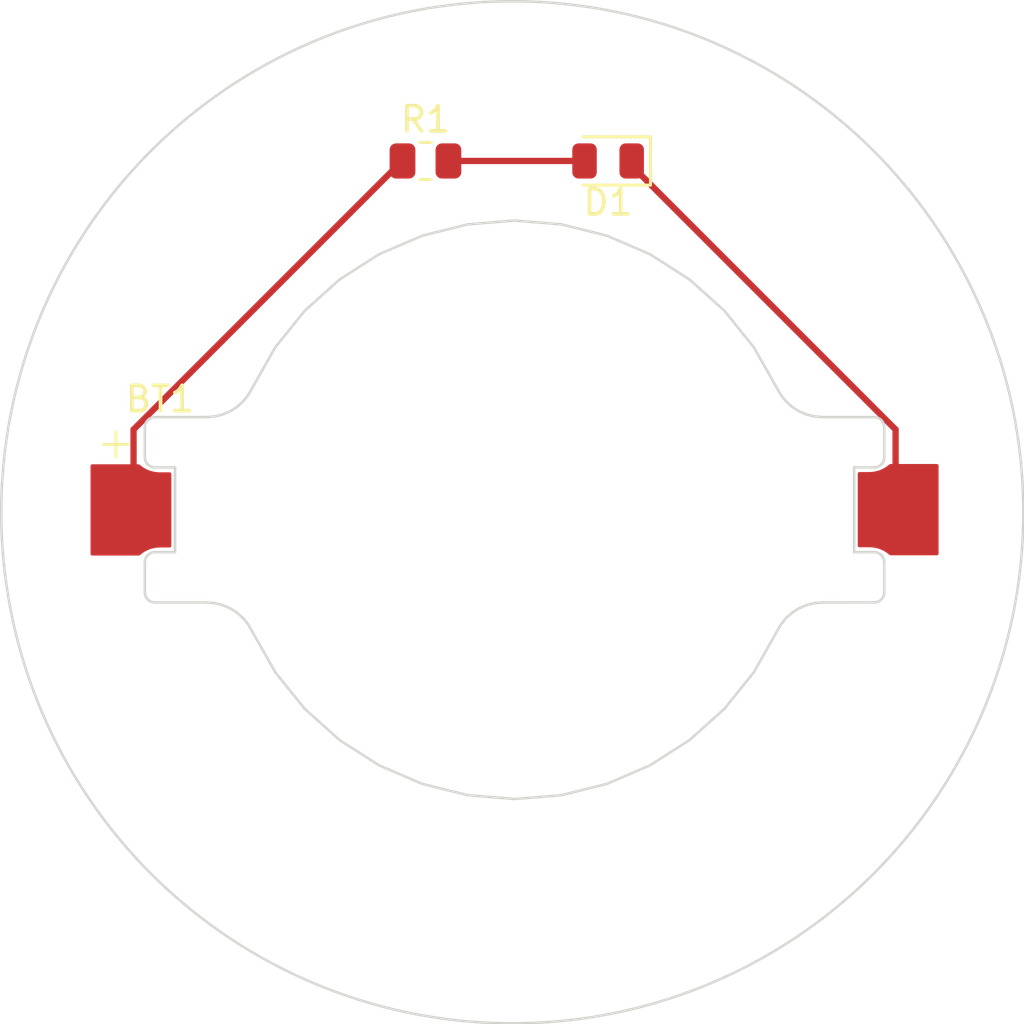
<source format=kicad_pcb>
(kicad_pcb (version 20221018) (generator pcbnew)
  (layers (0 "F.Cu" signal) (31 "B.Cu" signal) (34 "B.Paste" user) (35 "F.Paste" user) (36 "B.SilkS" user "B.Silkscreen") (37 "F.SilkS" user "F.Silkscreen") (38 "B.Mask" user) (39 "F.Mask" user) (44 "Edge.Cuts" user))
  (net 0 "")
  (net 1 "Net-(BT1-+)")
  (net 2 "GND")
  (net 3 "Net-(D1-A)")
  (footprint "LED_SMD:LED_0805_2012Metric" (layer "F.Cu") (at 148.59 69.85 180)
    (fp_text reference "D1" (at 0 -1.65) (layer "F.SilkS"))
    (fp_text value "LED")
    (fp_line (start -1.685 -0.96) (end -1.685 0.96) (stroke (width 0.12)) (layer "F.SilkS"))
    (fp_line (start -1.685 0.96) (end 1 0.96) (stroke (width 0.12)) (layer "F.SilkS"))
    (fp_line (start 1 -0.96) (end -1.685 -0.96) (stroke (width 0.12)) (layer "F.SilkS"))
    (pad "1" smd roundrect (at -0.9375 0 180) (size 0.975 1.4) (layers "F.Cu" "F.Paste" "F.Mask") (net 2 "GND"))
    (pad "2" smd roundrect (at 0.9375 0 180) (size 0.975 1.4) (layers "F.Cu" "F.Paste" "F.Mask") (net 3 "Net-(D1-A)"))
  )
  (footprint "Battery:BatteryHolder_Keystone_1057_1x2032" (layer "F.Cu") (at 144.87 83.72)
    (fp_text reference "BT1" (at -14.1 -4.4) (layer "F.SilkS"))
    (fp_text value "CR2032")
    (fp_line (start -15.85 -3.1) (end -15.85 -2.1) (stroke (width 0.12)) (layer "F.SilkS"))
    (fp_line (start -15.35 -2.6) (end -16.35 -2.6) (stroke (width 0.12)) (layer "F.SilkS"))
    (fp_line (start -14.7 -2.08505) (end -14.7 -3.285) (stroke (width 0.1)) (layer "Edge.Cuts"))
    (fp_line (start -14.7 3.284899) (end -14.7 2.084949) (stroke (width 0.1)) (layer "Edge.Cuts"))
    (fp_line (start -14.3 -3.685) (end -12.244621 -3.685) (stroke (width 0.1)) (layer "Edge.Cuts"))
    (fp_line (start -14.3 1.684949) (end -13.5 1.684949) (stroke (width 0.1)) (layer "Edge.Cuts"))
    (fp_line (start -13.5 -1.68505) (end -14.3 -1.68505) (stroke (width 0.1)) (layer "Edge.Cuts"))
    (fp_line (start -13.5 1.684949) (end -13.5 -1.68505) (stroke (width 0.1)) (layer "Edge.Cuts"))
    (fp_line (start -12.244621 -3.685) (end -11.921437 -3.711285) (stroke (width 0.1)) (layer "Edge.Cuts"))
    (fp_line (start -12.244621 3.684999) (end -14.3 3.684899) (stroke (width 0.1)) (layer "Edge.Cuts"))
    (fp_line (start -11.921437 -3.711285) (end -11.606747 -3.789448) (stroke (width 0.1)) (layer "Edge.Cuts"))
    (fp_line (start -11.921437 3.711284) (end -12.244621 3.684999) (stroke (width 0.1)) (layer "Edge.Cuts"))
    (fp_line (start -11.606747 -3.789448) (end -11.308824 -3.917435) (stroke (width 0.1)) (layer "Edge.Cuts"))
    (fp_line (start -11.606747 3.789447) (end -11.921437 3.711284) (stroke (width 0.1)) (layer "Edge.Cuts"))
    (fp_line (start -11.308824 -3.917435) (end -11.035498 -4.091883) (stroke (width 0.1)) (layer "Edge.Cuts"))
    (fp_line (start -11.308824 3.917434) (end -11.606747 3.789447) (stroke (width 0.1)) (layer "Edge.Cuts"))
    (fp_line (start -11.035498 -4.091883) (end -10.793954 -4.308205) (stroke (width 0.1)) (layer "Edge.Cuts"))
    (fp_line (start -11.035498 4.091882) (end -11.308824 3.917434) (stroke (width 0.1)) (layer "Edge.Cuts"))
    (fp_line (start -10.793954 -4.308205) (end -10.59054 -4.560716) (stroke (width 0.1)) (layer "Edge.Cuts"))
    (fp_line (start -10.793954 4.308204) (end -11.035498 4.091882) (stroke (width 0.1)) (layer "Edge.Cuts"))
    (fp_line (start -10.59054 -4.560716) (end -10.430603 -4.842778) (stroke (width 0.1)) (layer "Edge.Cuts"))
    (fp_line (start -10.59054 4.560715) (end -10.793954 4.308204) (stroke (width 0.1)) (layer "Edge.Cuts"))
    (fp_line (start -10.430603 -4.842778) (end -9.510966 -6.464636) (stroke (width 0.1)) (layer "Edge.Cuts"))
    (fp_line (start -10.430603 4.842777) (end -10.59054 4.560715) (stroke (width 0.1)) (layer "Edge.Cuts"))
    (fp_line (start -9.510966 -6.464636) (end -8.341335 -7.916572) (stroke (width 0.1)) (layer "Edge.Cuts"))
    (fp_line (start -9.510966 6.464635) (end -10.430603 4.842777) (stroke (width 0.1)) (layer "Edge.Cuts"))
    (fp_line (start -8.341335 -7.916572) (end -6.952454 -9.160424) (stroke (width 0.1)) (layer "Edge.Cuts"))
    (fp_line (start -8.341335 7.916571) (end -9.510966 6.464635) (stroke (width 0.1)) (layer "Edge.Cuts"))
    (fp_line (start -6.952454 -9.160424) (end -5.38083 -10.163496) (stroke (width 0.1)) (layer "Edge.Cuts"))
    (fp_line (start -6.952454 9.160423) (end -8.341335 7.916571) (stroke (width 0.1)) (layer "Edge.Cuts"))
    (fp_line (start -5.38083 -10.163496) (end -3.667773 -10.899424) (stroke (width 0.1)) (layer "Edge.Cuts"))
    (fp_line (start -5.38083 10.163495) (end -6.952454 9.160423) (stroke (width 0.1)) (layer "Edge.Cuts"))
    (fp_line (start -3.667773 -10.899424) (end -1.858308 -11.348863) (stroke (width 0.1)) (layer "Edge.Cuts"))
    (fp_line (start -3.667773 10.899423) (end -5.38083 10.163495) (stroke (width 0.1)) (layer "Edge.Cuts"))
    (fp_line (start -1.858308 -11.348863) (end 0 -11.5) (stroke (width 0.1)) (layer "Edge.Cuts"))
    (fp_line (start -1.858308 11.348862) (end -3.667773 10.899423) (stroke (width 0.1)) (layer "Edge.Cuts"))
    (fp_line (start 0 -11.5) (end 1.858309 -11.348863) (stroke (width 0.1)) (layer "Edge.Cuts"))
    (fp_line (start 0 11.499999) (end -1.858308 11.348862) (stroke (width 0.1)) (layer "Edge.Cuts"))
    (fp_line (start 1.858309 -11.348863) (end 3.667774 -10.899424) (stroke (width 0.1)) (layer "Edge.Cuts"))
    (fp_line (start 1.858309 11.348862) (end 0 11.499999) (stroke (width 0.1)) (layer "Edge.Cuts"))
    (fp_line (start 3.667774 -10.899424) (end 5.380831 -10.163496) (stroke (width 0.1)) (layer "Edge.Cuts"))
    (fp_line (start 3.667774 10.899423) (end 1.858309 11.348862) (stroke (width 0.1)) (layer "Edge.Cuts"))
    (fp_line (start 5.380831 -10.163496) (end 6.952455 -9.160424) (stroke (width 0.1)) (layer "Edge.Cuts"))
    (fp_line (start 5.380831 10.163495) (end 3.667774 10.899423) (stroke (width 0.1)) (layer "Edge.Cuts"))
    (fp_line (start 6.952455 -9.160424) (end 8.341336 -7.916572) (stroke (width 0.1)) (layer "Edge.Cuts"))
    (fp_line (start 6.952455 9.160423) (end 5.380831 10.163495) (stroke (width 0.1)) (layer "Edge.Cuts"))
    (fp_line (start 8.341336 -7.916572) (end 9.510967 -6.464636) (stroke (width 0.1)) (layer "Edge.Cuts"))
    (fp_line (start 8.341336 7.916571) (end 6.952455 9.160423) (stroke (width 0.1)) (layer "Edge.Cuts"))
    (fp_line (start 9.510967 -6.464636) (end 10.430604 -4.842778) (stroke (width 0.1)) (layer "Edge.Cuts"))
    (fp_line (start 9.510967 6.464635) (end 8.341336 7.916571) (stroke (width 0.1)) (layer "Edge.Cuts"))
    (fp_line (start 10.430604 -4.842778) (end 10.590541 -4.560716) (stroke (width 0.1)) (layer "Edge.Cuts"))
    (fp_line (start 10.430604 4.842777) (end 9.510967 6.464635) (stroke (width 0.1)) (layer "Edge.Cuts"))
    (fp_line (start 10.590541 -4.560716) (end 10.793955 -4.308205) (stroke (width 0.1)) (layer "Edge.Cuts"))
    (fp_line (start 10.590541 4.560715) (end 10.430604 4.842777) (stroke (width 0.1)) (layer "Edge.Cuts"))
    (fp_line (start 10.793955 -4.308205) (end 11.035499 -4.091883) (stroke (width 0.1)) (layer "Edge.Cuts"))
    (fp_line (start 10.793955 4.308204) (end 10.590541 4.560715) (stroke (width 0.1)) (layer "Edge.Cuts"))
    (fp_line (start 11.035499 -4.091883) (end 11.308825 -3.917435) (stroke (width 0.1)) (layer "Edge.Cuts"))
    (fp_line (start 11.035499 4.091882) (end 10.793955 4.308204) (stroke (width 0.1)) (layer "Edge.Cuts"))
    (fp_line (start 11.308825 -3.917435) (end 11.606748 -3.789448) (stroke (width 0.1)) (layer "Edge.Cuts"))
    (fp_line (start 11.308825 3.917434) (end 11.035499 4.091882) (stroke (width 0.1)) (layer "Edge.Cuts"))
    (fp_line (start 11.606748 -3.789448) (end 11.921438 -3.711285) (stroke (width 0.1)) (layer "Edge.Cuts"))
    (fp_line (start 11.606748 3.789447) (end 11.308825 3.917434) (stroke (width 0.1)) (layer "Edge.Cuts"))
    (fp_line (start 11.921438 -3.711285) (end 12.244622 -3.685) (stroke (width 0.1)) (layer "Edge.Cuts"))
    (fp_line (start 11.921438 3.711284) (end 11.606748 3.789447) (stroke (width 0.1)) (layer "Edge.Cuts"))
    (fp_line (start 12.244622 -3.685) (end 14.3 -3.685) (stroke (width 0.1)) (layer "Edge.Cuts"))
    (fp_line (start 12.244622 3.684999) (end 11.921438 3.711284) (stroke (width 0.1)) (layer "Edge.Cuts"))
    (fp_line (start 13.5 -1.68505) (end 13.5 1.684949) (stroke (width 0.1)) (layer "Edge.Cuts"))
    (fp_line (start 13.5 1.684949) (end 14.3 1.68505) (stroke (width 0.1)) (layer "Edge.Cuts"))
    (fp_line (start 14.3 -1.68505) (end 13.5 -1.68505) (stroke (width 0.1)) (layer "Edge.Cuts"))
    (fp_line (start 14.3 3.682793) (end 12.244622 3.684999) (stroke (width 0.1)) (layer "Edge.Cuts"))
    (fp_line (start 14.7 -3.285) (end 14.7 -2.08505) (stroke (width 0.1)) (layer "Edge.Cuts"))
    (fp_line (start 14.7 2.082843) (end 14.7 3.282793) (stroke (width 0.1)) (layer "Edge.Cuts"))
    (fp_arc (start -14.7 -3.285) (mid -14.582843 -3.567843) (end -14.3 -3.685) (stroke (width 0.1)) (layer "Edge.Cuts"))
    (fp_arc (start -14.7 2.084949) (mid -14.582843 1.802106) (end -14.3 1.684949) (stroke (width 0.1)) (layer "Edge.Cuts"))
    (fp_arc (start -14.3 -1.68505) (mid -14.582843 -1.802207) (end -14.7 -2.08505) (stroke (width 0.1)) (layer "Edge.Cuts"))
    (fp_arc (start -14.3 3.684899) (mid -14.582843 3.567742) (end -14.7 3.284899) (stroke (width 0.1)) (layer "Edge.Cuts"))
    (fp_arc (start 14.3 -3.685) (mid 14.582843 -3.567843) (end 14.7 -3.285) (stroke (width 0.1)) (layer "Edge.Cuts"))
    (fp_arc (start 14.3 1.68505) (mid 14.582825 1.80221) (end 14.7 2.08505) (stroke (width 0.1)) (layer "Edge.Cuts"))
    (fp_arc (start 14.7 -2.08505) (mid 14.582843 -1.802207) (end 14.3 -1.68505) (stroke (width 0.1)) (layer "Edge.Cuts"))
    (fp_arc (start 14.7 3.282793) (mid 14.582845 3.56564) (end 14.3 3.682793) (stroke (width 0.1)) (layer "Edge.Cuts"))
    (pad "1" smd custom (at -15.15 -0.1) (size 1 1) (layers "F.Cu" "F.Paste" "F.Mask") (net 1 "Net-(BT1-+)") (options (clearance outline) (anchor rect)) (primitives (gr_poly (pts (xy 0.2 -1.65) (xy 0.271537 -1.594563) (xy 0.343074 -1.539127) (xy 0.500662 -1.450081) (xy 0.58506 -1.417404) (xy 0.669458 -1.384728) (xy 0.757691 -1.364583) (xy 0.845923 -1.344438) (xy 1.026357 -1.330056) (xy 1.235196 -1.330056) (xy 1.444035 -1.330057) (xy 1.444034 1.539942) (xy 1.044035 1.539967) (xy 0.86174 1.553331) (xy 0.683343 1.593137) (xy 0.512659 1.658535) (xy 0.353336 1.748125) (xy 0.28106 1.804058) (xy 0.208783 1.859992) (xy -1.65 1.859992) (xy -1.65 -1.650007)) (width 0.12) (fill yes))))
    (pad "2" smd custom (at 15.15 0.1 180) (size 1 1) (layers "F.Cu" "F.Paste" "F.Mask") (net 2 "GND") (options (clearance outline) (anchor rect)) (primitives (gr_poly (pts (xy 0.2 -1.65) (xy 0.271537 -1.594563) (xy 0.343074 -1.539127) (xy 0.500662 -1.450081) (xy 0.58506 -1.417404) (xy 0.669458 -1.384728) (xy 0.757691 -1.364583) (xy 0.845923 -1.344438) (xy 1.026357 -1.330056) (xy 1.235196 -1.330056) (xy 1.444035 -1.330057) (xy 1.444034 1.539942) (xy 1.044035 1.539967) (xy 0.86174 1.553331) (xy 0.683343 1.593137) (xy 0.512659 1.658535) (xy 0.353336 1.748125) (xy 0.28106 1.804058) (xy 0.208783 1.859992) (xy -1.65 1.859992) (xy -1.65 -1.650007)) (width 0.12) (fill yes))))
  )
  (footprint "Resistor_SMD:R_0805_2012Metric" (layer "F.Cu") (at 141.3275 69.85)
    (fp_text reference "R1" (at 0 -1.65) (layer "F.SilkS"))
    (fp_text value "1k")
    (fp_line (start -0.227064 -0.735) (end 0.227064 -0.735) (stroke (width 0.12)) (layer "F.SilkS"))
    (fp_line (start -0.227064 0.735) (end 0.227064 0.735) (stroke (width 0.12)) (layer "F.SilkS"))
    (pad "1" smd roundrect (at -0.9125 0) (size 1.025 1.4) (layers "F.Cu" "F.Paste" "F.Mask") (roundrect_rratio 0.243902) (net 1 "Net-(BT1-+)"))
    (pad "2" smd roundrect (at 0.9125 0) (size 1.025 1.4) (layers "F.Cu" "F.Paste" "F.Mask") (roundrect_rratio 0.243902) (net 3 "Net-(D1-A)"))
  )
  (gr_circle (center 144.78 83.82) (end 124.46 83.82) (stroke (width 0.1)) (fill none) (layer "Edge.Cuts"))
  (segment (start 129.72 83.62) (end 129.72 80.529648) (width 0.25) (layer "F.Cu") (net 1))
  (segment (start 129.72 80.529648) (end 140.399648 69.85) (width 0.25) (layer "F.Cu") (net 1))
  (segment (start 149.5275 70.037148) (end 160.02 80.529648) (width 0.25) (layer "F.Cu") (net 2))
  (segment (start 160.02 80.529648) (end 160.02 83.82) (width 0.25) (layer "F.Cu") (net 2))
  (segment (start 142.24 69.85) (end 147.6525 69.85) (width 0.25) (layer "F.Cu") (net 3))
)
</source>
